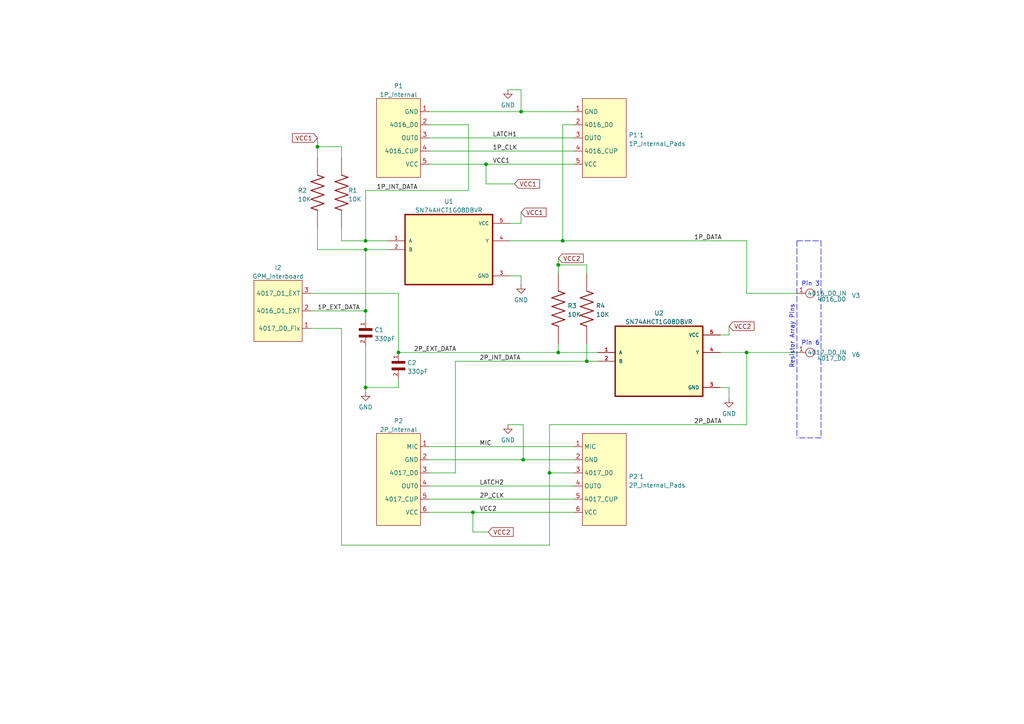
<source format=kicad_sch>
(kicad_sch (version 20211123) (generator eeschema)
  (paper "A4")
  (title_block (title "Internal Controller Board") (date "2022-09-12") (rev "GPM") (company "Jeff Chen"))
  (lib_symbols
    (symbol "DA15_Fix:1P_Internal"
      (property "Reference" "P" (at 0 1.27 0))
      (property "Value" "1P_Internal" (at 0 3.81 0))
      (symbol "1P_Internal_0_1"
        (rectangle (start 0 0) (end 12.7 -22.86) (stroke (width 0.1524)) (fill (type background)))
      )
      (symbol "1P_Internal_1_1"
        (pin power_out line (at -2.54 -3.81 0) (length 2.54) (name "GND") (number "1"))
        (pin input line (at -2.54 -7.62 0) (length 2.54) (name "4016_D0") (number "2"))
        (pin input line (at -2.54 -11.43 0) (length 2.54) (name "OUT0") (number "3"))
        (pin output line (at -2.54 -15.24 0) (length 2.54) (name "4016_CUP") (number "4"))
        (pin power_out line (at -2.54 -19.05 0) (length 2.54) (name "VCC") (number "5"))
      )
    )
    (symbol "DA15_Fix:1P_Internal_Pads"
      (property "Reference" "P" (at 0 1.27 0))
      (property "Value" "1P_Internal_Pads" (at 0 3.81 0))
      (symbol "1P_Internal_Pads_0_1"
        (rectangle (start 0 0) (end 12.7 -22.86) (stroke (width 0.1524)) (fill (type background)))
      )
      (symbol "1P_Internal_Pads_1_1"
        (pin power_out line (at -2.54 -3.81 0) (length 2.54) (name "GND") (number "1"))
        (pin input line (at -2.54 -7.62 0) (length 2.54) (name "4016_D0") (number "2"))
        (pin input line (at -2.54 -11.43 0) (length 2.54) (name "OUT0") (number "3"))
        (pin output line (at -2.54 -15.24 0) (length 2.54) (name "4016_CUP") (number "4"))
        (pin power_out line (at -2.54 -19.05 0) (length 2.54) (name "VCC") (number "5"))
      )
    )
    (symbol "DA15_Fix:2P_Internal"
      (property "Reference" "P" (at 0 1.27 0))
      (property "Value" "2P_Internal" (at 0 3.81 0))
      (symbol "2P_Internal_0_1"
        (rectangle (start 0 0) (end 12.7 -26.67) (stroke (width 0.1524)) (fill (type background)))
      )
      (symbol "2P_Internal_1_1"
        (pin input line (at -2.54 -3.81 0) (length 2.54) (name "MIC") (number "1"))
        (pin power_out line (at -2.54 -7.62 0) (length 2.54) (name "GND") (number "2"))
        (pin input line (at -2.54 -11.43 0) (length 2.54) (name "4017_D0") (number "3"))
        (pin input line (at -2.54 -15.24 0) (length 2.54) (name "OUT0") (number "4"))
        (pin output line (at -2.54 -19.05 0) (length 2.54) (name "4017_CUP") (number "5"))
        (pin power_out line (at -2.54 -22.86 0) (length 2.54) (name "VCC") (number "6"))
      )
    )
    (symbol "DA15_Fix:2P_Internal_Pads"
      (property "Reference" "P" (at 0 1.27 0))
      (property "Value" "2P_Internal_Pads" (at 0 3.81 0))
      (symbol "2P_Internal_Pads_0_1"
        (rectangle (start 0 0) (end 12.7 -26.67) (stroke (width 0.1524)) (fill (type background)))
      )
      (symbol "2P_Internal_Pads_1_1"
        (pin input line (at -2.54 -3.81 0) (length 2.54) (name "MIC") (number "1"))
        (pin power_out line (at -2.54 -7.62 0) (length 2.54) (name "GND") (number "2"))
        (pin input line (at -2.54 -11.43 0) (length 2.54) (name "4017_D0") (number "3"))
        (pin input line (at -2.54 -15.24 0) (length 2.54) (name "OUT0") (number "4"))
        (pin output line (at -2.54 -19.05 0) (length 2.54) (name "4017_CUP") (number "5"))
        (pin power_out line (at -2.54 -22.86 0) (length 2.54) (name "VCC") (number "6"))
      )
    )
    (symbol "DA15_Fix:4016_D0"
      (property "Reference" "V" (at 0 -2.54 0))
      (property "Value" "4016_D0" (at 0 0 0))
      (symbol "4016_D0_0_1"
        (circle (center 1.27 -6.35) (radius 1.27) (stroke (width 0.1524)))
      )
      (symbol "4016_D0_1_1"
        (pin input line (at -2.54 -6.35 0) (length 2.54) (name "4016_D0_IN") (number "1"))
      )
    )
    (symbol "DA15_Fix:4017_D0"
      (property "Reference" "V" (at 0 -2.54 0))
      (property "Value" "4017_D0" (at 0 0 0))
      (symbol "4017_D0_0_1"
        (circle (center 1.27 -6.35) (radius 1.27) (stroke (width 0.1524)))
      )
      (symbol "4017_D0_1_1"
        (pin input line (at -2.54 -6.35 0) (length 2.54) (name "4017_D0_IN") (number "1"))
      )
    )
    (symbol "DA15_Fix:Cap_0603" (pin_names (offset 1.016) hide)
      (property "Reference" "C" (at 0 3.81 0))
      (property "Value" "Cap_0603" (at 0 -5.08 0))
      (symbol "Cap_0603_0_0"
        (rectangle (start 0 -1.905) (end 0.635 1.905) (fill (type outline)))
        (rectangle (start 1.905 -1.905) (end 2.54 1.905) (fill (type outline)))
        (pin passive line (at -2.54 0 0) (length 2.54) (name "~") (number "1"))
        (pin passive line (at 5.08 0 180) (length 2.54) (name "~") (number "2"))
      )
    )
    (symbol "DA15_Fix:GPM_Interboard"
      (property "Reference" "I" (at 0 1.27 0))
      (property "Value" "GPM_Interboard" (at 0 3.81 0))
      (symbol "GPM_Interboard_0_1"
        (rectangle (start 0 0) (end 13.97 -17.78) (stroke (width 0.1524)) (fill (type background)))
      )
      (symbol "GPM_Interboard_1_1"
        (pin input line (at -2.54 -3.81 0) (length 2.54) (name "4017_D0_Fix") (number "1"))
        (pin input line (at -2.54 -8.89 0) (length 2.54) (name "4016_D1_EXT") (number "2"))
        (pin input line (at -2.54 -13.97 0) (length 2.54) (name "4017_D1_EXT") (number "3"))
      )
    )
    (symbol "DA15_Fix:Resistor_0603" (pin_numbers hide) (pin_names (offset 1.016) hide)
      (property "Reference" "R" (at -7.62 2.54 0))
      (property "Value" "Resistor_0603" (at -7.62 -5.08 0))
      (symbol "Resistor_0603_0_0"
        (polyline (pts (xy -5.08 0) (xy -4.445 1.905)) (stroke (width 0.254)))
        (polyline (pts (xy -4.445 1.905) (xy -3.175 -1.905)) (stroke (width 0.254)))
        (polyline (pts (xy -3.175 -1.905) (xy -1.905 1.905)) (stroke (width 0.254)))
        (polyline (pts (xy -1.905 1.905) (xy -0.635 -1.905)) (stroke (width 0.254)))
        (polyline (pts (xy -0.635 -1.905) (xy 0.635 1.905)) (stroke (width 0.254)))
        (polyline (pts (xy 0.635 1.905) (xy 1.905 -1.905)) (stroke (width 0.254)))
        (polyline (pts (xy 1.905 -1.905) (xy 3.175 1.905)) (stroke (width 0.254)))
        (polyline (pts (xy 3.175 1.905) (xy 4.445 -1.905)) (stroke (width 0.254)))
        (polyline (pts (xy 4.445 -1.905) (xy 5.08 0)) (stroke (width 0.254)))
        (pin passive line (at -10.16 0 0) (length 5.08) (name "~") (number "1"))
        (pin passive line (at 10.16 0 180) (length 5.08) (name "~") (number "2"))
      )
    )
    (symbol "DA15_Fix:SN74AHCT1G08DBVR" (pin_names (offset 1.016))
      (property "Reference" "U" (at -12.7 11.1506 0))
      (property "Value" "SN74AHCT1G08DBVR" (at -12.7 -14.1478 0))
      (symbol "SN74AHCT1G08DBVR_0_0"
        (rectangle (start -12.7 -10.16) (end 12.7 10.16) (stroke (width 0.4064)) (fill (type background)))
        (pin input line (at -17.78 2.54 0) (length 5.08) (name "A") (number "1"))
        (pin input line (at -17.78 0 0) (length 5.08) (name "B") (number "2"))
        (pin power_in line (at 17.78 -7.62 180) (length 5.08) (name "GND") (number "3"))
        (pin output line (at 17.78 2.54 180) (length 5.08) (name "Y") (number "4"))
        (pin power_in line (at 17.78 7.62 180) (length 5.08) (name "VCC") (number "5"))
      )
    )
    (symbol "power:GND" (power) (pin_names (offset 0))
      (property "Value" "GND" (at 0 -3.81 0))
      (symbol "GND_0_1"
        (polyline (pts (xy 0 0) (xy 0 -1.27) (xy 1.27 -1.27) (xy 0 -2.54) (xy -1.27 -1.27) (xy 0 -1.27)))
      )
      (symbol "GND_1_1"
        (pin power_in line (at 0 0 270) (length 0) hide (name "GND") (number "1"))
      )
    )
  )
  (junction (at 92.075 42.545))
  (junction (at 216.535 102.235))
  (junction (at 106.045 72.39))
  (junction (at 163.195 69.85))
  (junction (at 151.765 133.35))
  (junction (at 115.57 102.235))
  (junction (at 140.97 47.625))
  (junction (at 137.16 148.59))
  (junction (at 161.925 102.235))
  (junction (at 106.045 112.395))
  (junction (at 106.045 90.17))
  (junction (at 161.925 76.835))
  (junction (at 106.045 69.85))
  (junction (at 159.385 137.16))
  (junction (at 170.18 104.775))
  (junction (at 151.13 32.385))
  (wire (pts (xy 170.18 99.695) (xy 170.18 104.775)))
  (wire (pts (xy 106.045 92.71) (xy 106.045 90.17)))
  (wire (pts (xy 151.13 64.77) (xy 151.13 61.595)))
  (wire (pts (xy 99.06 66.04) (xy 99.06 69.85)))
  (wire (pts (xy 147.955 80.01) (xy 151.13 80.01)))
  (wire (pts (xy 147.955 69.85) (xy 163.195 69.85)))
  (wire (pts (xy 163.195 69.85) (xy 163.195 36.195)))
  (wire (pts (xy 124.46 140.97) (xy 166.37 140.97)))
  (wire (pts (xy 124.46 43.815) (xy 166.37 43.815)))
  (wire (pts (xy 140.97 47.625) (xy 166.37 47.625)))
  (wire (pts (xy 141.605 154.305) (xy 137.16 154.305)))
  (wire (pts (xy 170.18 104.775) (xy 173.355 104.775)))
  (wire (pts (xy 106.045 69.85) (xy 99.06 69.85)))
  (wire (pts (xy 92.075 42.545) (xy 99.06 42.545)))
  (wire (pts (xy 106.045 90.17) (xy 106.045 72.39)))
  (wire (pts (xy 124.46 129.54) (xy 166.37 129.54)))
  (wire (pts (xy 124.46 148.59) (xy 137.16 148.59)))
  (wire (pts (xy 208.915 112.395) (xy 211.455 112.395)))
  (polyline (pts (xy 238.125 69.85) (xy 238.125 127)))
  (wire (pts (xy 124.46 40.005) (xy 166.37 40.005)))
  (wire (pts (xy 151.13 80.01) (xy 151.13 82.55)))
  (wire (pts (xy 135.89 36.195) (xy 135.89 55.245)))
  (wire (pts (xy 90.17 85.09) (xy 115.57 85.09)))
  (wire (pts (xy 99.06 158.115) (xy 159.385 158.115)))
  (wire (pts (xy 124.46 144.78) (xy 166.37 144.78)))
  (wire (pts (xy 161.925 74.93) (xy 161.925 76.835)))
  (wire (pts (xy 106.045 112.395) (xy 106.045 113.665)))
  (wire (pts (xy 151.13 32.385) (xy 166.37 32.385)))
  (polyline (pts (xy 231.14 69.85) (xy 231.14 127)))
  (wire (pts (xy 90.17 90.17) (xy 106.045 90.17)))
  (wire (pts (xy 140.97 53.34) (xy 140.97 47.625)))
  (wire (pts (xy 151.765 123.19) (xy 151.765 133.35)))
  (wire (pts (xy 208.915 97.155) (xy 211.455 97.155)))
  (wire (pts (xy 211.455 112.395) (xy 211.455 115.57)))
  (wire (pts (xy 124.46 137.16) (xy 132.08 137.16)))
  (wire (pts (xy 216.535 69.85) (xy 163.195 69.85)))
  (wire (pts (xy 106.045 72.39) (xy 92.075 72.39)))
  (wire (pts (xy 216.535 123.19) (xy 159.385 123.19)))
  (wire (pts (xy 147.32 123.19) (xy 151.765 123.19)))
  (wire (pts (xy 216.535 102.235) (xy 216.535 123.19)))
  (wire (pts (xy 92.075 45.72) (xy 92.075 42.545)))
  (wire (pts (xy 161.925 102.235) (xy 173.355 102.235)))
  (wire (pts (xy 106.045 55.245) (xy 106.045 69.85)))
  (wire (pts (xy 132.08 104.775) (xy 170.18 104.775)))
  (wire (pts (xy 151.13 26.035) (xy 151.13 32.385)))
  (wire (pts (xy 124.46 47.625) (xy 140.97 47.625)))
  (polyline (pts (xy 238.125 127) (xy 231.14 127)))
  (wire (pts (xy 132.08 137.16) (xy 132.08 104.775)))
  (wire (pts (xy 137.16 154.305) (xy 137.16 148.59)))
  (wire (pts (xy 106.045 72.39) (xy 112.395 72.39)))
  (wire (pts (xy 211.455 97.155) (xy 211.455 94.615)))
  (wire (pts (xy 208.915 102.235) (xy 216.535 102.235)))
  (wire (pts (xy 106.045 100.33) (xy 106.045 112.395)))
  (wire (pts (xy 124.46 133.35) (xy 151.765 133.35)))
  (wire (pts (xy 92.075 72.39) (xy 92.075 66.04)))
  (wire (pts (xy 115.57 102.235) (xy 161.925 102.235)))
  (polyline (pts (xy 231.14 69.85) (xy 238.125 69.85)))
  (wire (pts (xy 159.385 158.115) (xy 159.385 137.16)))
  (wire (pts (xy 90.17 95.25) (xy 99.06 95.25)))
  (wire (pts (xy 216.535 85.09) (xy 216.535 69.85)))
  (wire (pts (xy 149.225 53.34) (xy 140.97 53.34)))
  (wire (pts (xy 124.46 32.385) (xy 151.13 32.385)))
  (wire (pts (xy 161.925 99.695) (xy 161.925 102.235)))
  (wire (pts (xy 115.57 112.395) (xy 115.57 109.855)))
  (wire (pts (xy 163.195 36.195) (xy 166.37 36.195)))
  (wire (pts (xy 147.32 26.035) (xy 151.13 26.035)))
  (wire (pts (xy 216.535 102.235) (xy 231.14 102.235)))
  (wire (pts (xy 135.89 55.245) (xy 106.045 55.245)))
  (wire (pts (xy 115.57 85.09) (xy 115.57 102.235)))
  (wire (pts (xy 92.075 40.005) (xy 92.075 42.545)))
  (wire (pts (xy 147.955 64.77) (xy 151.13 64.77)))
  (wire (pts (xy 161.925 76.835) (xy 161.925 79.375)))
  (wire (pts (xy 99.06 42.545) (xy 99.06 45.72)))
  (wire (pts (xy 106.045 112.395) (xy 115.57 112.395)))
  (wire (pts (xy 106.045 69.85) (xy 112.395 69.85)))
  (wire (pts (xy 159.385 137.16) (xy 166.37 137.16)))
  (wire (pts (xy 137.16 148.59) (xy 166.37 148.59)))
  (wire (pts (xy 124.46 36.195) (xy 135.89 36.195)))
  (wire (pts (xy 159.385 123.19) (xy 159.385 137.16)))
  (wire (pts (xy 151.765 133.35) (xy 166.37 133.35)))
  (wire (pts (xy 170.18 79.375) (xy 170.18 76.835)))
  (wire (pts (xy 231.14 85.09) (xy 216.535 85.09)))
  (wire (pts (xy 170.18 76.835) (xy 161.925 76.835)))
  (wire (pts (xy 99.06 95.25) (xy 99.06 158.115)))
  (text "Pin 3" (at 232.41 83.185 0) (effects (font (size 1.27 1.27)) (justify left bottom)))
  (text "Pin 6" (at 232.41 100.33 0) (effects (font (size 1.27 1.27)) (justify left bottom)))
  (text "Resistor Array Pins" (at 230.505 88.265 270) (effects (font (size 1.27 1.27)) (justify right bottom)))
  (label "1P_DATA" (at 201.295 69.85 0))
  (label "1P_CLK" (at 142.875 43.815 0))
  (label "MIC" (at 139.065 129.54 0))
  (label "1P_EXT_DATA" (at 92.075 90.17 0))
  (label "VCC2" (at 139.065 148.59 0))
  (label "2P_EXT_DATA" (at 120.015 102.235 0))
  (label "LATCH2" (at 139.065 140.97 0))
  (label "1P_INT_DATA" (at 109.22 55.245 0))
  (label "2P_INT_DATA" (at 139.065 104.775 0))
  (label "2P_CLK" (at 139.065 144.78 0))
  (label "2P_DATA" (at 201.295 123.19 0))
  (label "LATCH1" (at 142.875 40.005 0))
  (label "VCC1" (at 142.875 47.625 0))
  (global_label "VCC2" (shape input) (at 161.925 74.93 0) (property "Intersheet References" "${INTERSHEET_REFS}" (effects hide)))
  (global_label "VCC1" (shape input) (at 92.075 40.005 180) (property "Intersheet References" "${INTERSHEET_REFS}" (effects hide)))
  (global_label "VCC1" (shape input) (at 149.225 53.34 0) (property "Intersheet References" "${INTERSHEET_REFS}" (effects hide)))
  (global_label "VCC1" (shape input) (at 151.13 61.595 0) (property "Intersheet References" "${INTERSHEET_REFS}" (effects hide)))
  (global_label "VCC2" (shape input) (at 211.455 94.615 0) (property "Intersheet References" "${INTERSHEET_REFS}" (effects hide)))
  (global_label "VCC2" (shape input) (at 141.605 154.305 0) (property "Intersheet References" "${INTERSHEET_REFS}" (effects hide)))
  (symbol (lib_id "DA15_Fix:Resistor_0603") (at 170.18 89.535 90) (unit 1)
    (property "Reference" "R4" (at 172.847 88.7003 90) (effects (justify right)))
    (property "Value" "10K" (at 172.847 91.2372 90) (effects (justify right)))
    (property "Footprint" "Resistor_SMD:R_0603_1608Metric_Pad0.98x0.95mm_HandSolder" (effects hide))
  )
  (symbol (lib_id "DA15_Fix:SN74AHCT1G08DBVR") (at 130.175 72.39 0) (unit 1)
    (property "Reference" "U1" (at 130.175 58.454 0))
    (property "Value" "SN74AHCT1G08DBVR" (at 130.175 60.9909 0))
    (property "Footprint" "DA15_Fix:SOT95P280X145-5N" (effects hide))
  )
  (symbol (lib_id "DA15_Fix:2P_Internal") (at 121.92 125.73 0) (mirror y) (unit 1)
    (property "Reference" "P2" (at 115.57 122.081 0))
    (property "Value" "2P_Internal" (at 115.57 124.6179 0))
    (property "Footprint" "DA15_Fix:2P Internal" (effects hide))
  )
  (symbol (lib_id "DA15_Fix:1P_Internal_Pads") (at 168.91 28.575 0) (unit 1)
    (property "Reference" "P1'1" (at 182.3212 39.1703 0) (effects (justify left)))
    (property "Value" "1P_Internal_Pads" (at 182.3212 41.7072 0) (effects (justify left)))
    (property "Footprint" "DA15_Fix:1P Internal Pads" (effects hide))
  )
  (symbol (lib_id "DA15_Fix:Resistor_0603") (at 92.075 55.88 90) (unit 1)
    (property "Reference" "R2" (at 86.36 55.245 90) (effects (justify right)))
    (property "Value" "10K" (at 86.36 57.7819 90) (effects (justify right)))
    (property "Footprint" "Resistor_SMD:R_0603_1608Metric_Pad0.98x0.95mm_HandSolder" (effects hide))
  )
  (symbol (lib_id "power:GND") (at 106.045 113.665 0) (unit 1)
    (property "Reference" "#PWR0111" (effects hide))
    (property "Value" "GND" (at 106.045 118.1084 0))
  )
  (symbol (lib_id "DA15_Fix:1P_Internal") (at 121.92 28.575 0) (mirror y) (unit 1)
    (property "Reference" "P1" (at 115.57 24.926 0))
    (property "Value" "1P_Internal" (at 115.57 27.4629 0))
    (property "Footprint" "DA15_Fix:1P Internal" (effects hide))
  )
  (symbol (lib_id "power:GND") (at 211.455 115.57 0) (unit 1)
    (property "Reference" "#PWR0105" (effects hide))
    (property "Value" "GND" (at 211.455 120.0134 0))
  )
  (symbol (lib_id "DA15_Fix:4016_D0") (at 233.68 78.74 0) (unit 1)
    (property "Reference" "V3" (at 247.015 85.725 0) (effects (justify left)))
    (property "Value" "4016_D0" (at 236.9312 86.7922 0) (effects (justify left)))
    (property "Footprint" "DA15_Fix:Single Pad Pin" (effects hide))
  )
  (symbol (lib_id "DA15_Fix:Resistor_0603") (at 161.925 89.535 90) (unit 1)
    (property "Reference" "R3" (at 164.592 88.7003 90) (effects (justify right)))
    (property "Value" "10K" (at 164.592 91.2372 90) (effects (justify right)))
    (property "Footprint" "Resistor_SMD:R_0603_1608Metric_Pad0.98x0.95mm_HandSolder" (effects hide))
  )
  (symbol (lib_id "DA15_Fix:4017_D0") (at 233.68 95.885 0) (unit 1)
    (property "Reference" "V6" (at 247.015 102.87 0) (effects (justify left)))
    (property "Value" "4017_D0" (at 236.9312 103.9372 0) (effects (justify left)))
    (property "Footprint" "DA15_Fix:Single Pad Pin" (effects hide))
  )
  (symbol (lib_id "DA15_Fix:SN74AHCT1G08DBVR") (at 191.135 104.775 0) (unit 1)
    (property "Reference" "U2" (at 191.135 90.839 0))
    (property "Value" "SN74AHCT1G08DBVR" (at 191.135 93.3759 0))
    (property "Footprint" "DA15_Fix:SOT95P280X145-5N" (effects hide))
  )
  (symbol (lib_id "DA15_Fix:Resistor_0603") (at 99.06 55.88 90) (unit 1)
    (property "Reference" "R1" (at 100.965 55.2481 90) (effects (justify right)))
    (property "Value" "10K" (at 100.965 57.785 90) (effects (justify right)))
    (property "Footprint" "Resistor_SMD:R_0603_1608Metric_Pad0.98x0.95mm_HandSolder" (effects hide))
  )
  (symbol (lib_id "power:GND") (at 151.13 82.55 0) (unit 1)
    (property "Reference" "#PWR0107" (effects hide))
    (property "Value" "GND" (at 151.13 86.9934 0))
  )
  (symbol (lib_id "DA15_Fix:Cap_0603") (at 106.045 95.25 270) (unit 1)
    (property "Reference" "C1" (at 108.585 95.6853 90) (effects (justify left)))
    (property "Value" "330pF" (at 108.585 98.2222 90) (effects (justify left)))
    (property "Footprint" "Capacitor_SMD:C_0603_1608Metric_Pad1.08x0.95mm_HandSolder" (effects hide))
  )
  (symbol (lib_id "DA15_Fix:Cap_0603") (at 115.57 104.775 270) (unit 1)
    (property "Reference" "C2" (at 118.11 105.2103 90) (effects (justify left)))
    (property "Value" "330pF" (at 118.11 107.7472 90) (effects (justify left)))
    (property "Footprint" "Capacitor_SMD:C_0603_1608Metric_Pad1.08x0.95mm_HandSolder" (effects hide))
  )
  (symbol (lib_id "DA15_Fix:2P_Internal_Pads") (at 168.91 125.73 0) (unit 1)
    (property "Reference" "P2'1" (at 182.3212 138.2303 0) (effects (justify left)))
    (property "Value" "2P_Internal_Pads" (at 182.3212 140.7672 0) (effects (justify left)))
    (property "Footprint" "DA15_Fix:2P Internal Pads" (effects hide))
  )
  (symbol (lib_id "DA15_Fix:GPM_Interboard") (at 87.63 99.06 180) (unit 1)
    (property "Reference" "I2" (at 80.645 77.631 0))
    (property "Value" "GPM_Interboard" (at 80.645 80.1679 0))
    (property "Footprint" "DA15_Fix:GPM Interboard" (effects hide))
  )
  (symbol (lib_id "power:GND") (at 147.32 123.19 0) (unit 1)
    (property "Reference" "#PWR0109" (effects hide))
    (property "Value" "GND" (at 147.32 127.6334 0))
  )
  (symbol (lib_id "power:GND") (at 147.32 26.035 0) (unit 1)
    (property "Reference" "#PWR0103" (effects hide))
    (property "Value" "GND" (at 147.32 30.4784 0))
  )
)
</source>
